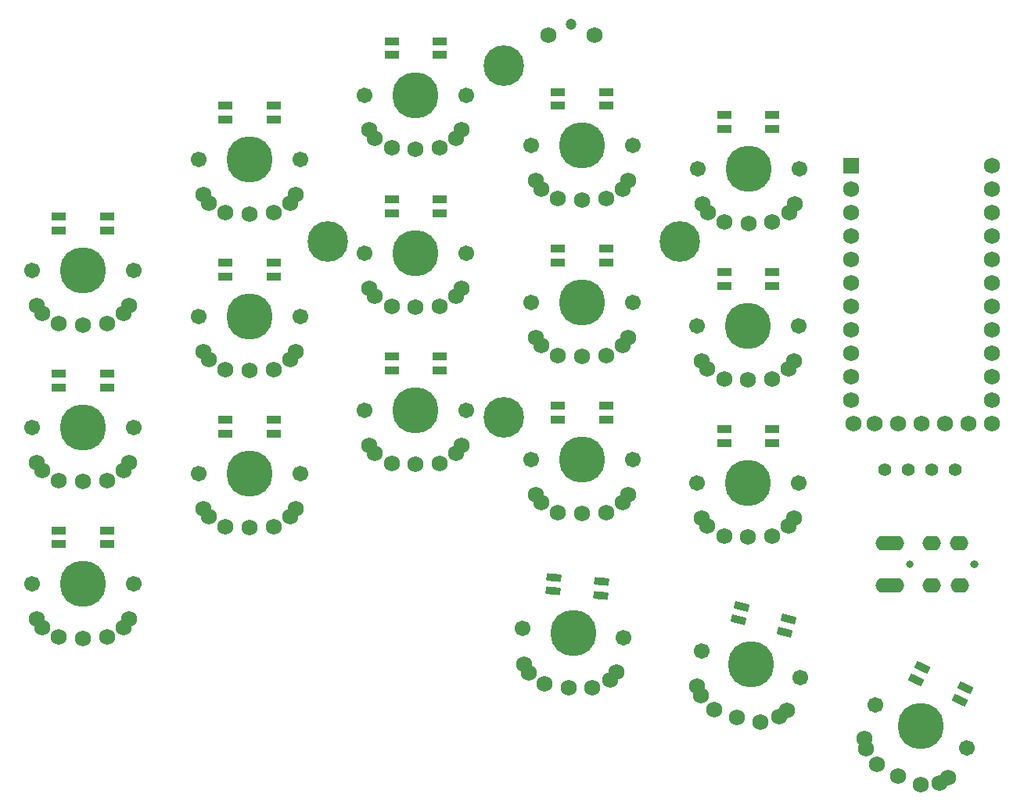
<source format=gbr>
%TF.GenerationSoftware,KiCad,Pcbnew,(6.0.0)*%
%TF.CreationDate,2022-04-18T13:44:49-07:00*%
%TF.ProjectId,half-swept,68616c66-2d73-4776-9570-742e6b696361,rev?*%
%TF.SameCoordinates,Original*%
%TF.FileFunction,Soldermask,Bot*%
%TF.FilePolarity,Negative*%
%FSLAX46Y46*%
G04 Gerber Fmt 4.6, Leading zero omitted, Abs format (unit mm)*
G04 Created by KiCad (PCBNEW (6.0.0)) date 2022-04-18 13:44:49*
%MOMM*%
%LPD*%
G01*
G04 APERTURE LIST*
G04 Aperture macros list*
%AMRoundRect*
0 Rectangle with rounded corners*
0 $1 Rounding radius*
0 $2 $3 $4 $5 $6 $7 $8 $9 X,Y pos of 4 corners*
0 Add a 4 corners polygon primitive as box body*
4,1,4,$2,$3,$4,$5,$6,$7,$8,$9,$2,$3,0*
0 Add four circle primitives for the rounded corners*
1,1,$1+$1,$2,$3*
1,1,$1+$1,$4,$5*
1,1,$1+$1,$6,$7*
1,1,$1+$1,$8,$9*
0 Add four rect primitives between the rounded corners*
20,1,$1+$1,$2,$3,$4,$5,0*
20,1,$1+$1,$4,$5,$6,$7,0*
20,1,$1+$1,$6,$7,$8,$9,0*
20,1,$1+$1,$8,$9,$2,$3,0*%
G04 Aperture macros list end*
%ADD10C,5.000000*%
%ADD11C,1.701800*%
%ADD12C,1.750000*%
%ADD13C,0.800000*%
%ADD14O,2.000000X1.600000*%
%ADD15C,1.200000*%
%ADD16C,4.400000*%
%ADD17RoundRect,0.082000X-0.686681X0.389330X-0.743855X-0.264174X0.686681X-0.389330X0.743855X0.264174X0*%
%ADD18RoundRect,0.082000X-0.718000X0.328000X-0.718000X-0.328000X0.718000X-0.328000X0.718000X0.328000X0*%
%ADD19RoundRect,0.082000X-0.608642X0.502656X-0.778427X-0.130992X0.608642X-0.502656X0.778427X0.130992X0*%
%ADD20R,1.752600X1.752600*%
%ADD21C,1.752600*%
%ADD22RoundRect,0.082000X-0.512110X0.600709X-0.789348X0.006171X0.512110X-0.600709X0.789348X-0.006171X0*%
%ADD23C,1.397000*%
G04 APERTURE END LIST*
D10*
%TO.C,SW21*%
X94730582Y-83912372D03*
D11*
X100043174Y-85335877D03*
X89417990Y-82488867D03*
D12*
X90730965Y-88793516D03*
X95753780Y-90139375D03*
X93203550Y-89611334D03*
X88917440Y-86288795D03*
X89264059Y-87313420D03*
X98576699Y-88876985D03*
X97764206Y-89591027D03*
%TD*%
D10*
%TO.C,SW20*%
X113130585Y-90612373D03*
D11*
X118115278Y-92936773D03*
X108145892Y-88287973D03*
D12*
X108344130Y-94724835D03*
X113056930Y-96922450D03*
X110637137Y-95959589D03*
X106993097Y-91943251D03*
X107156525Y-93012499D03*
X116056175Y-96169434D03*
X115132033Y-96731540D03*
%TD*%
D10*
%TO.C,SW18*%
X94410583Y-64220374D03*
D11*
X99910583Y-64220374D03*
X88910583Y-64220374D03*
D12*
X91810583Y-69970374D03*
X97010583Y-69970374D03*
X94410583Y-70120374D03*
X89410583Y-68020374D03*
X90010583Y-68920374D03*
X99410583Y-68020374D03*
X98810583Y-68920374D03*
%TD*%
D10*
%TO.C,SW17*%
X76430582Y-61680375D03*
D11*
X81930582Y-61680375D03*
X70930582Y-61680375D03*
D12*
X73830582Y-67430375D03*
X79030582Y-67430375D03*
X76430582Y-67580375D03*
X71430582Y-65480375D03*
X72030582Y-66380375D03*
X81430582Y-65480375D03*
X80830582Y-66380375D03*
%TD*%
D10*
%TO.C,SW16*%
X58430581Y-56346374D03*
D11*
X63930581Y-56346374D03*
X52930581Y-56346374D03*
D12*
X55830581Y-62096374D03*
X61030581Y-62096374D03*
X58430581Y-62246374D03*
X53430581Y-60146374D03*
X54030581Y-61046374D03*
X63430581Y-60146374D03*
X62830581Y-61046374D03*
%TD*%
D10*
%TO.C,SW15*%
X40430584Y-63204374D03*
D11*
X45930584Y-63204374D03*
X34930584Y-63204374D03*
D12*
X37830584Y-68954374D03*
X43030584Y-68954374D03*
X40430584Y-69104374D03*
X35430584Y-67004374D03*
X36030584Y-67904374D03*
X45430584Y-67004374D03*
X44830584Y-67904374D03*
%TD*%
D10*
%TO.C,SW14*%
X22430583Y-75212374D03*
D11*
X27930583Y-75212374D03*
X16930583Y-75212374D03*
D12*
X19830583Y-80962374D03*
X25030583Y-80962374D03*
X22430583Y-81112374D03*
X17430583Y-79012374D03*
X18030583Y-79912374D03*
X27430583Y-79012374D03*
X26830583Y-79912374D03*
%TD*%
D10*
%TO.C,SW12*%
X94410582Y-47202375D03*
D11*
X99910582Y-47202375D03*
X88910582Y-47202375D03*
D12*
X91810582Y-52952375D03*
X97010582Y-52952375D03*
X94410582Y-53102375D03*
X89410582Y-51002375D03*
X90010582Y-51902375D03*
X99410582Y-51002375D03*
X98810582Y-51902375D03*
%TD*%
D10*
%TO.C,SW11*%
X76430583Y-44662376D03*
D11*
X81930583Y-44662376D03*
X70930583Y-44662376D03*
D12*
X73830583Y-50412376D03*
X79030583Y-50412376D03*
X76430583Y-50562376D03*
X71430583Y-48462376D03*
X72030583Y-49362376D03*
X81430583Y-48462376D03*
X80830583Y-49362376D03*
%TD*%
D10*
%TO.C,SW10*%
X58430583Y-39328373D03*
D11*
X63930583Y-39328373D03*
X52930583Y-39328373D03*
D12*
X55830583Y-45078373D03*
X61030583Y-45078373D03*
X58430583Y-45228373D03*
X53430583Y-43128373D03*
X54030583Y-44028373D03*
X63430583Y-43128373D03*
X62830583Y-44028373D03*
%TD*%
D10*
%TO.C,SW9*%
X40430584Y-46186374D03*
D11*
X45930584Y-46186374D03*
X34930584Y-46186374D03*
D12*
X37830584Y-51936374D03*
X43030584Y-51936374D03*
X40430584Y-52086374D03*
X35430584Y-49986374D03*
X36030584Y-50886374D03*
X45430584Y-49986374D03*
X44830584Y-50886374D03*
%TD*%
D10*
%TO.C,SW8*%
X22430582Y-58212374D03*
D11*
X27930582Y-58212374D03*
X16930582Y-58212374D03*
D12*
X19830582Y-63962374D03*
X25030582Y-63962374D03*
X22430582Y-64112374D03*
X17430582Y-62012374D03*
X18030582Y-62912374D03*
X27430582Y-62012374D03*
X26830582Y-62912374D03*
%TD*%
D10*
%TO.C,SW6*%
X94430581Y-30212375D03*
D11*
X99930581Y-30212375D03*
X88930581Y-30212375D03*
D12*
X91830581Y-35962375D03*
X97030581Y-35962375D03*
X94430581Y-36112375D03*
X89430581Y-34012375D03*
X90030581Y-34912375D03*
X99430581Y-34012375D03*
X98830581Y-34912375D03*
%TD*%
D10*
%TO.C,SW5*%
X76430583Y-27712373D03*
D11*
X81930583Y-27712373D03*
X70930583Y-27712373D03*
D12*
X73830583Y-33462373D03*
X79030583Y-33462373D03*
X76430583Y-33612373D03*
X71430583Y-31512373D03*
X72030583Y-32412373D03*
X81430583Y-31512373D03*
X80830583Y-32412373D03*
%TD*%
D10*
%TO.C,SW4*%
X58430583Y-22212374D03*
D11*
X63930583Y-22212374D03*
X52930583Y-22212374D03*
D12*
X55830583Y-27962374D03*
X61030583Y-27962374D03*
X58430583Y-28112374D03*
X53430583Y-26012374D03*
X54030583Y-26912374D03*
X63430583Y-26012374D03*
X62830583Y-26912374D03*
%TD*%
D10*
%TO.C,SW3*%
X40430583Y-29212374D03*
D11*
X45930583Y-29212374D03*
X34930583Y-29212374D03*
D12*
X37830583Y-34962374D03*
X43030583Y-34962374D03*
X40430583Y-35112374D03*
X35430583Y-33012374D03*
X36030583Y-33912374D03*
X45430583Y-33012374D03*
X44830583Y-33912374D03*
%TD*%
D10*
%TO.C,SW2*%
X22430582Y-41212374D03*
D11*
X27930582Y-41212374D03*
X16930582Y-41212374D03*
D12*
X19830582Y-46962374D03*
X25030582Y-46962374D03*
X22430582Y-47112374D03*
X17430582Y-45012374D03*
X18030582Y-45912374D03*
X27430582Y-45012374D03*
X26830582Y-45912374D03*
%TD*%
D10*
%TO.C,SW1*%
X75480583Y-80512371D03*
D11*
X80959654Y-80991728D03*
X70001512Y-80033014D03*
D12*
X72389331Y-86013886D03*
X77569544Y-86467095D03*
X74966364Y-86389920D03*
X70168418Y-83862132D03*
X70687694Y-84811001D03*
X80130365Y-84733690D03*
X79454208Y-85577971D03*
%TD*%
D13*
%TO.C,J2*%
X111898584Y-73082373D03*
X118898584Y-73082373D03*
D14*
X109198584Y-70782373D03*
X110298584Y-75382373D03*
X114298584Y-75382373D03*
X117298584Y-75382373D03*
%TD*%
D15*
%TO.C,RSW1*%
X75255583Y-14564874D03*
D12*
X72755583Y-15774874D03*
X77755583Y-15774874D03*
%TD*%
D16*
%TO.C,REF\u002A\u002A*%
X67930583Y-57162374D03*
X48880583Y-38112374D03*
X86980583Y-38112374D03*
X67930583Y-19062374D03*
%TD*%
D17*
%TO.C,D12*%
X73398595Y-74477951D03*
X73267861Y-75972243D03*
X78448074Y-76425453D03*
X78578807Y-74931161D03*
%TD*%
D18*
%TO.C,D16*%
X37830583Y-23382374D03*
X37830583Y-24882374D03*
X43030583Y-24882374D03*
X43030583Y-23382374D03*
%TD*%
%TO.C,D8*%
X55830581Y-50516374D03*
X55830581Y-52016374D03*
X61030581Y-52016374D03*
X61030581Y-50516374D03*
%TD*%
%TO.C,D2*%
X55830583Y-16382374D03*
X55830583Y-17882374D03*
X61030583Y-17882374D03*
X61030583Y-16382374D03*
%TD*%
D19*
%TO.C,D15*%
X93728090Y-77608095D03*
X93339861Y-79056984D03*
X98362676Y-80402843D03*
X98750904Y-78953954D03*
%TD*%
D18*
%TO.C,D11*%
X73830582Y-55850375D03*
X73830582Y-57350375D03*
X79030582Y-57350375D03*
X79030582Y-55850375D03*
%TD*%
D20*
%TO.C,U2*%
X105560581Y-29879125D03*
D21*
X105560581Y-32419125D03*
X105560581Y-34959125D03*
X105560581Y-37499125D03*
X105560581Y-40039125D03*
X105560581Y-42579125D03*
X105560581Y-45119125D03*
X105560581Y-47659125D03*
X105560581Y-50199125D03*
X105560581Y-52739125D03*
X105560581Y-55279125D03*
X105789181Y-57819125D03*
X120800581Y-57819125D03*
X120800581Y-55279125D03*
X120800581Y-52739125D03*
X120800581Y-50199125D03*
X120800581Y-47659125D03*
X120800581Y-45119125D03*
X120800581Y-42579125D03*
X120800581Y-40039125D03*
X120800581Y-37499125D03*
X120800581Y-34959125D03*
X120800581Y-32419125D03*
X120800581Y-29879125D03*
X108100581Y-57819125D03*
X110640581Y-57819125D03*
X113180581Y-57819125D03*
X115720581Y-57819125D03*
X118260581Y-57819125D03*
%TD*%
D18*
%TO.C,D14*%
X73830583Y-38832376D03*
X73830583Y-40332376D03*
X79030583Y-40332376D03*
X79030583Y-38832376D03*
%TD*%
%TO.C,D10*%
X37830584Y-57374374D03*
X37830584Y-58874374D03*
X43030584Y-58874374D03*
X43030584Y-57374374D03*
%TD*%
%TO.C,D1*%
X19830582Y-35382374D03*
X19830582Y-36882374D03*
X25030582Y-36882374D03*
X25030582Y-35382374D03*
%TD*%
%TO.C,D9*%
X91810583Y-58390374D03*
X91810583Y-59890374D03*
X97010583Y-59890374D03*
X97010583Y-58390374D03*
%TD*%
%TO.C,D17*%
X73830583Y-21882373D03*
X73830583Y-23382373D03*
X79030583Y-23382373D03*
X79030583Y-21882373D03*
%TD*%
D22*
%TO.C,D18*%
X113238049Y-84229791D03*
X112604122Y-85589253D03*
X117316922Y-87786868D03*
X117950850Y-86427406D03*
%TD*%
D18*
%TO.C,D4*%
X19830582Y-52432374D03*
X19830582Y-53932374D03*
X25030582Y-53932374D03*
X25030582Y-52432374D03*
%TD*%
%TO.C,D3*%
X91830581Y-24382375D03*
X91830581Y-25882375D03*
X97030581Y-25882375D03*
X97030581Y-24382375D03*
%TD*%
%TO.C,D7*%
X19830583Y-69382374D03*
X19830583Y-70882374D03*
X25030583Y-70882374D03*
X25030583Y-69382374D03*
%TD*%
D23*
%TO.C,OL1*%
X109170584Y-62792373D03*
X111710584Y-62792373D03*
X114250584Y-62792373D03*
X116790584Y-62792373D03*
%TD*%
D18*
%TO.C,D5*%
X55830583Y-33498373D03*
X55830583Y-34998373D03*
X61030583Y-34998373D03*
X61030583Y-33498373D03*
%TD*%
%TO.C,D6*%
X91810582Y-41372375D03*
X91810582Y-42872375D03*
X97010582Y-42872375D03*
X97010582Y-41372375D03*
%TD*%
%TO.C,D13*%
X37830584Y-40356374D03*
X37830584Y-41856374D03*
X43030584Y-41856374D03*
X43030584Y-40356374D03*
%TD*%
D13*
%TO.C,J1*%
X118880584Y-73062376D03*
X111880584Y-73062376D03*
D14*
X109180584Y-75362376D03*
X110280584Y-70762376D03*
X114280584Y-70762376D03*
X117280584Y-70762376D03*
%TD*%
M02*

</source>
